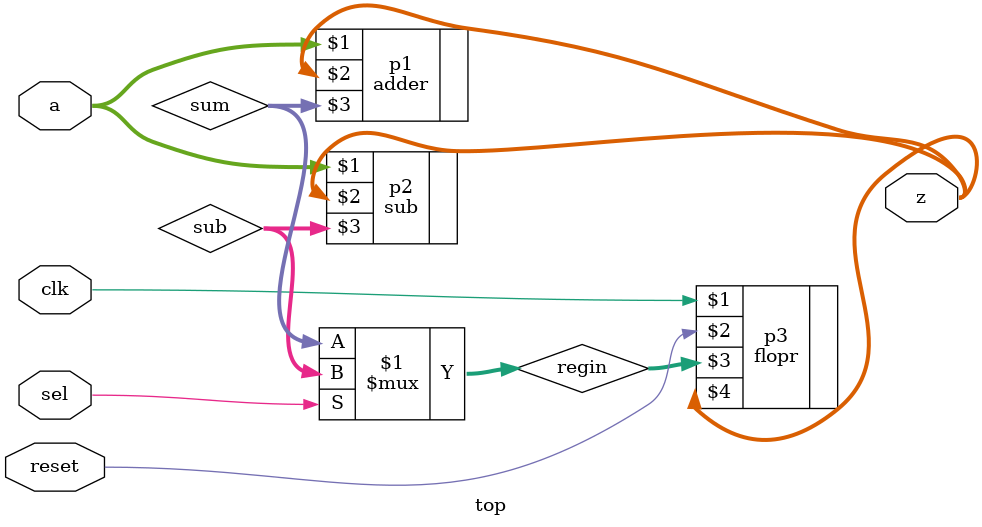
<source format=sv>
module top (input logic [7:0] a, 
	    input logic        sel, clk, reset,
	    output logic [7:0] z);

   logic [7:0] 		       sum;
   logic [7:0] 		       sub;
   logic [7:0] 		       regin;   

   adder p1 (a, z, sum);
   sub p2 (a, z, sub);
   assign regin = sel ? sub : sum;
   flopr p3 (clk, reset, regin, z);

endmodule // top


</source>
